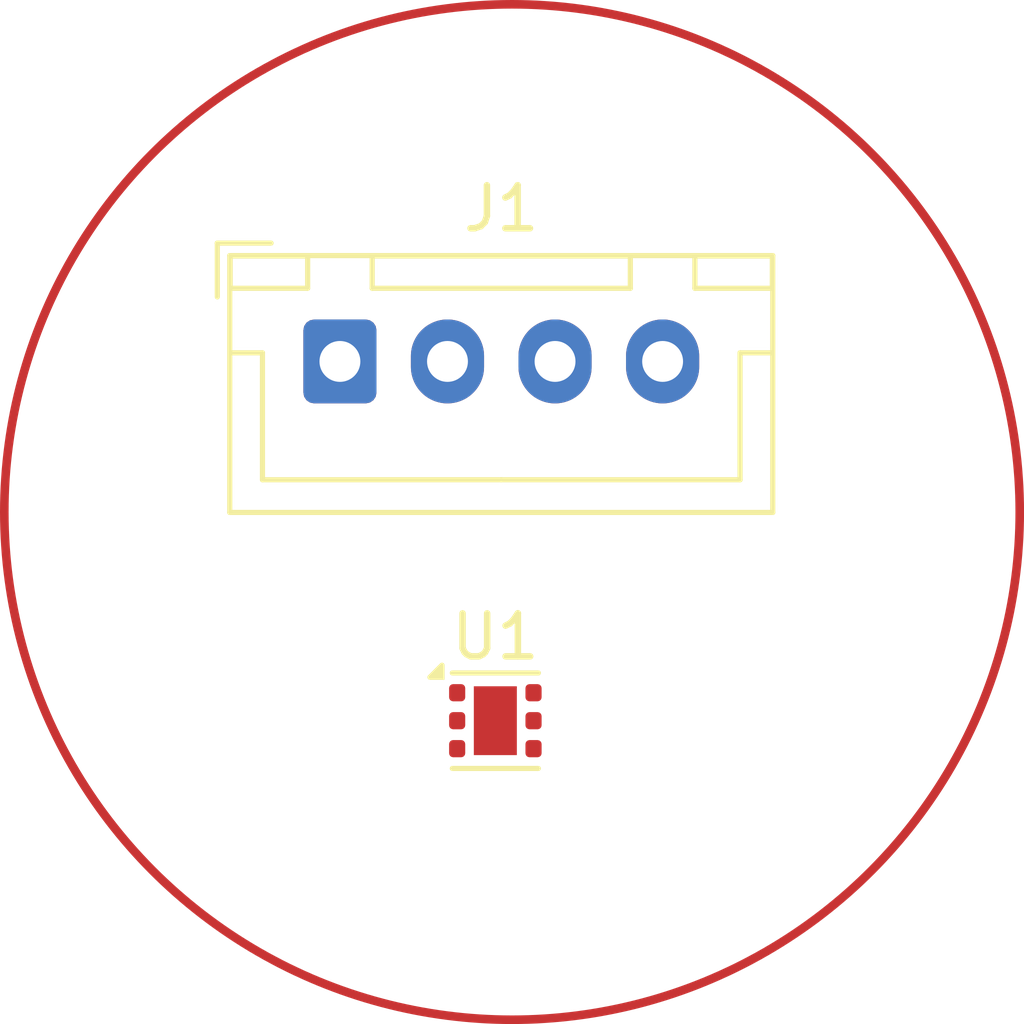
<source format=kicad_pcb>
(kicad_pcb (version 20241229) (generator "pcbnew") (generator_version "9.0")
  (layers (0 "F.Cu" signal) (2 "B.Cu" signal) (13 "F.Paste" user) (15 "B.Paste" user) (5 "F.SilkS" user "F.Silkscreen") (7 "B.SilkS" user "B.Silkscreen") (1 "F.Mask" user) (3 "B.Mask" user) (25 "Edge.Cuts" user))
  (net 0 "")
  (net 1 "GND")
  (net 2 "Net-(J1-Pin_4)")
  (net 3 "VCC")
  (net 4 "Net-(J1-Pin_3)")
  (footprint "Package_SON:WSON-6-1EP_2x2mm_P0.65mm_EP1x1.6mm" (layer "F.Cu") (at 58.6125 39.35)
    (property "Reference" "U1" (at 0 -1.95 0) (layer "F.SilkS"))
    (property "Value" "TMP117xxDRV")
    (fp_line (start -1 -1.11) (end 1 -1.11) (stroke (width 0.12)) (layer "F.SilkS"))
    (fp_line (start -1 1.11) (end 1 1.11) (stroke (width 0.12)) (layer "F.SilkS"))
    (fp_poly (pts (xy -1.24 -1.01) (xy -1.52 -1.01) (xy -1.24 -1.29)) (stroke (width 0.12)) (fill yes) (layer "F.SilkS"))
    (pad "1" smd roundrect (at -0.8875 -0.65) (size 0.375 0.4) (layers "F.Cu" "F.Mask" "F.Paste") (net 2 "Net-(J1-Pin_4)"))
    (pad "2" smd roundrect (at -0.8875 0) (size 0.375 0.4) (layers "F.Cu" "F.Mask" "F.Paste") (net 1 "GND"))
    (pad "3" smd roundrect (at -0.8875 0.65) (size 0.375 0.4) (layers "F.Cu" "F.Mask" "F.Paste") (net 1 "GND"))
    (pad "4" smd roundrect (at 0.8875 0.65) (size 0.375 0.4) (layers "F.Cu" "F.Mask" "F.Paste") (net 1 "GND"))
    (pad "5" smd roundrect (at 0.8875 0) (size 0.375 0.4) (layers "F.Cu" "F.Mask" "F.Paste") (net 3 "VCC"))
    (pad "6" smd roundrect (at 0.8875 -0.65) (size 0.375 0.4) (layers "F.Cu" "F.Mask" "F.Paste") (net 4 "Net-(J1-Pin_3)"))
    (pad "7" smd rect (at 0 0) (size 1 1.6) (property pad_prop_heatsink) (layers "F.Cu" "F.Mask"))
  )
  (footprint "Connector_JST:JST_XH_B4B-XH-A_1x04_P2.50mm_Vertical" (layer "F.Cu") (at 55 31)
    (property "Reference" "J1" (at 3.75 -3.55 0) (layer "F.SilkS"))
    (property "Value" "Conn_01x04_Socket")
    (fp_line (start -2.85 -2.75) (end -2.85 -1.5) (stroke (width 0.12)) (layer "F.SilkS"))
    (fp_line (start -2.56 -2.46) (end -2.56 3.51) (stroke (width 0.12)) (layer "F.SilkS"))
    (fp_line (start -2.56 3.51) (end 10.06 3.51) (stroke (width 0.12)) (layer "F.SilkS"))
    (fp_line (start -2.55 -2.45) (end -2.55 -1.7) (stroke (width 0.12)) (layer "F.SilkS"))
    (fp_line (start -2.55 -1.7) (end -0.75 -1.7) (stroke (width 0.12)) (layer "F.SilkS"))
    (fp_line (start -2.55 -0.2) (end -1.8 -0.2) (stroke (width 0.12)) (layer "F.SilkS"))
    (fp_line (start -1.8 -0.2) (end -1.8 2.75) (stroke (width 0.12)) (layer "F.SilkS"))
    (fp_line (start -1.8 2.75) (end 3.75 2.75) (stroke (width 0.12)) (layer "F.SilkS"))
    (fp_line (start -1.6 -2.75) (end -2.85 -2.75) (stroke (width 0.12)) (layer "F.SilkS"))
    (fp_line (start -0.75 -2.45) (end -2.55 -2.45) (stroke (width 0.12)) (layer "F.SilkS"))
    (fp_line (start -0.75 -1.7) (end -0.75 -2.45) (stroke (width 0.12)) (layer "F.SilkS"))
    (fp_line (start 0.75 -2.45) (end 0.75 -1.7) (stroke (width 0.12)) (layer "F.SilkS"))
    (fp_line (start 0.75 -1.7) (end 6.75 -1.7) (stroke (width 0.12)) (layer "F.SilkS"))
    (fp_line (start 6.75 -2.45) (end 0.75 -2.45) (stroke (width 0.12)) (layer "F.SilkS"))
    (fp_line (start 6.75 -1.7) (end 6.75 -2.45) (stroke (width 0.12)) (layer "F.SilkS"))
    (fp_line (start 8.25 -2.45) (end 8.25 -1.7) (stroke (width 0.12)) (layer "F.SilkS"))
    (fp_line (start 8.25 -1.7) (end 10.05 -1.7) (stroke (width 0.12)) (layer "F.SilkS"))
    (fp_line (start 9.3 -0.2) (end 9.3 2.75) (stroke (width 0.12)) (layer "F.SilkS"))
    (fp_line (start 9.3 2.75) (end 3.75 2.75) (stroke (width 0.12)) (layer "F.SilkS"))
    (fp_line (start 10.05 -2.45) (end 8.25 -2.45) (stroke (width 0.12)) (layer "F.SilkS"))
    (fp_line (start 10.05 -1.7) (end 10.05 -2.45) (stroke (width 0.12)) (layer "F.SilkS"))
    (fp_line (start 10.05 -0.2) (end 9.3 -0.2) (stroke (width 0.12)) (layer "F.SilkS"))
    (fp_line (start 10.06 -2.46) (end -2.56 -2.46) (stroke (width 0.12)) (layer "F.SilkS"))
    (fp_line (start 10.06 3.51) (end 10.06 -2.46) (stroke (width 0.12)) (layer "F.SilkS"))
    (pad "1" thru_hole roundrect (at 0 0) (size 1.7 1.95) (drill 0.95) (layers "*.Cu" "*.Mask") (roundrect_rratio 0.147059) (net 1 "GND"))
    (pad "2" thru_hole oval (at 2.5 0) (size 1.7 1.95) (drill 0.95) (layers "*.Cu" "*.Mask") (net 3 "VCC"))
    (pad "3" thru_hole oval (at 5 0) (size 1.7 1.95) (drill 0.95) (layers "*.Cu" "*.Mask") (net 4 "Net-(J1-Pin_3)"))
    (pad "4" thru_hole oval (at 7.5 0) (size 1.7 1.95) (drill 0.95) (layers "*.Cu" "*.Mask") (net 2 "Net-(J1-Pin_4)"))
  )
  (gr_circle (center 59 34.5) (end 68.5 27.5) (stroke (width 0.2)) (fill no) (layer "F.Cu"))
)
</source>
